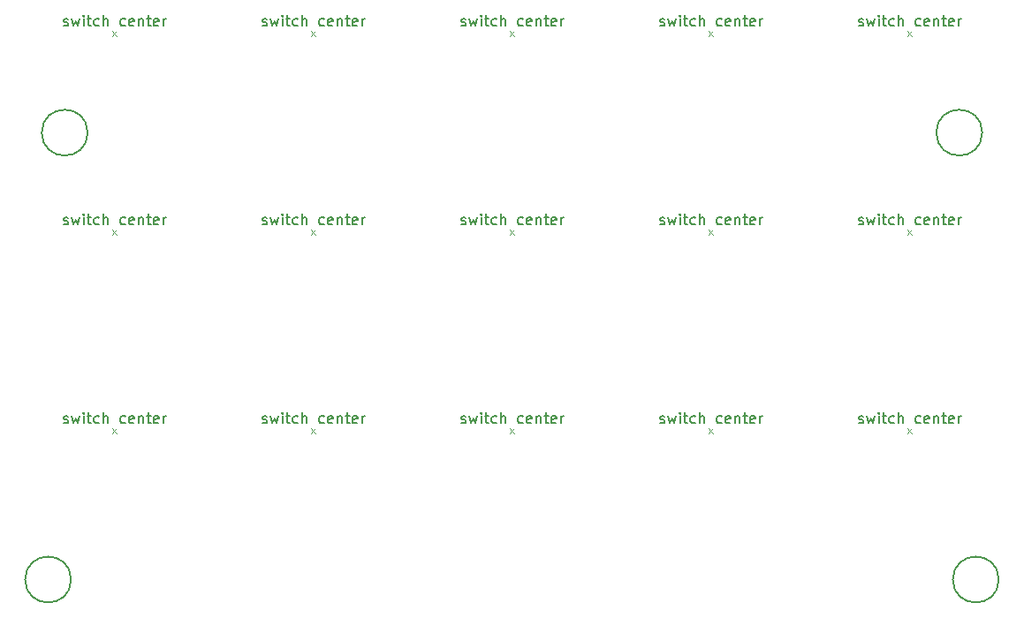
<source format=gbr>
%TF.GenerationSoftware,KiCad,Pcbnew,(6.0.6)*%
%TF.CreationDate,2022-08-15T00:28:01+08:00*%
%TF.ProjectId,15k-macropad,31356b2d-6d61-4637-926f-7061642e6b69,rev?*%
%TF.SameCoordinates,Original*%
%TF.FileFunction,Other,Comment*%
%FSLAX46Y46*%
G04 Gerber Fmt 4.6, Leading zero omitted, Abs format (unit mm)*
G04 Created by KiCad (PCBNEW (6.0.6)) date 2022-08-15 00:28:01*
%MOMM*%
%LPD*%
G01*
G04 APERTURE LIST*
%ADD10C,0.150000*%
%ADD11C,0.120000*%
G04 APERTURE END LIST*
D10*
%TO.C,LED11*%
X157067857Y-83372261D02*
X157163095Y-83419880D01*
X157353571Y-83419880D01*
X157448809Y-83372261D01*
X157496428Y-83277023D01*
X157496428Y-83229404D01*
X157448809Y-83134166D01*
X157353571Y-83086547D01*
X157210714Y-83086547D01*
X157115476Y-83038928D01*
X157067857Y-82943690D01*
X157067857Y-82896071D01*
X157115476Y-82800833D01*
X157210714Y-82753214D01*
X157353571Y-82753214D01*
X157448809Y-82800833D01*
X157829761Y-82753214D02*
X158020238Y-83419880D01*
X158210714Y-82943690D01*
X158401190Y-83419880D01*
X158591666Y-82753214D01*
X158972619Y-83419880D02*
X158972619Y-82753214D01*
X158972619Y-82419880D02*
X158925000Y-82467500D01*
X158972619Y-82515119D01*
X159020238Y-82467500D01*
X158972619Y-82419880D01*
X158972619Y-82515119D01*
X159305952Y-82753214D02*
X159686904Y-82753214D01*
X159448809Y-82419880D02*
X159448809Y-83277023D01*
X159496428Y-83372261D01*
X159591666Y-83419880D01*
X159686904Y-83419880D01*
X160448809Y-83372261D02*
X160353571Y-83419880D01*
X160163095Y-83419880D01*
X160067857Y-83372261D01*
X160020238Y-83324642D01*
X159972619Y-83229404D01*
X159972619Y-82943690D01*
X160020238Y-82848452D01*
X160067857Y-82800833D01*
X160163095Y-82753214D01*
X160353571Y-82753214D01*
X160448809Y-82800833D01*
X160877380Y-83419880D02*
X160877380Y-82419880D01*
X161305952Y-83419880D02*
X161305952Y-82896071D01*
X161258333Y-82800833D01*
X161163095Y-82753214D01*
X161020238Y-82753214D01*
X160925000Y-82800833D01*
X160877380Y-82848452D01*
X162972619Y-83372261D02*
X162877380Y-83419880D01*
X162686904Y-83419880D01*
X162591666Y-83372261D01*
X162544047Y-83324642D01*
X162496428Y-83229404D01*
X162496428Y-82943690D01*
X162544047Y-82848452D01*
X162591666Y-82800833D01*
X162686904Y-82753214D01*
X162877380Y-82753214D01*
X162972619Y-82800833D01*
X163782142Y-83372261D02*
X163686904Y-83419880D01*
X163496428Y-83419880D01*
X163401190Y-83372261D01*
X163353571Y-83277023D01*
X163353571Y-82896071D01*
X163401190Y-82800833D01*
X163496428Y-82753214D01*
X163686904Y-82753214D01*
X163782142Y-82800833D01*
X163829761Y-82896071D01*
X163829761Y-82991309D01*
X163353571Y-83086547D01*
X164258333Y-82753214D02*
X164258333Y-83419880D01*
X164258333Y-82848452D02*
X164305952Y-82800833D01*
X164401190Y-82753214D01*
X164544047Y-82753214D01*
X164639285Y-82800833D01*
X164686904Y-82896071D01*
X164686904Y-83419880D01*
X165020238Y-82753214D02*
X165401190Y-82753214D01*
X165163095Y-82419880D02*
X165163095Y-83277023D01*
X165210714Y-83372261D01*
X165305952Y-83419880D01*
X165401190Y-83419880D01*
X166115476Y-83372261D02*
X166020238Y-83419880D01*
X165829761Y-83419880D01*
X165734523Y-83372261D01*
X165686904Y-83277023D01*
X165686904Y-82896071D01*
X165734523Y-82800833D01*
X165829761Y-82753214D01*
X166020238Y-82753214D01*
X166115476Y-82800833D01*
X166163095Y-82896071D01*
X166163095Y-82991309D01*
X165686904Y-83086547D01*
X166591666Y-83419880D02*
X166591666Y-82753214D01*
X166591666Y-82943690D02*
X166639285Y-82848452D01*
X166686904Y-82800833D01*
X166782142Y-82753214D01*
X166877380Y-82753214D01*
%TO.C,LED8*%
X138017857Y-83372261D02*
X138113095Y-83419880D01*
X138303571Y-83419880D01*
X138398809Y-83372261D01*
X138446428Y-83277023D01*
X138446428Y-83229404D01*
X138398809Y-83134166D01*
X138303571Y-83086547D01*
X138160714Y-83086547D01*
X138065476Y-83038928D01*
X138017857Y-82943690D01*
X138017857Y-82896071D01*
X138065476Y-82800833D01*
X138160714Y-82753214D01*
X138303571Y-82753214D01*
X138398809Y-82800833D01*
X138779761Y-82753214D02*
X138970238Y-83419880D01*
X139160714Y-82943690D01*
X139351190Y-83419880D01*
X139541666Y-82753214D01*
X139922619Y-83419880D02*
X139922619Y-82753214D01*
X139922619Y-82419880D02*
X139875000Y-82467500D01*
X139922619Y-82515119D01*
X139970238Y-82467500D01*
X139922619Y-82419880D01*
X139922619Y-82515119D01*
X140255952Y-82753214D02*
X140636904Y-82753214D01*
X140398809Y-82419880D02*
X140398809Y-83277023D01*
X140446428Y-83372261D01*
X140541666Y-83419880D01*
X140636904Y-83419880D01*
X141398809Y-83372261D02*
X141303571Y-83419880D01*
X141113095Y-83419880D01*
X141017857Y-83372261D01*
X140970238Y-83324642D01*
X140922619Y-83229404D01*
X140922619Y-82943690D01*
X140970238Y-82848452D01*
X141017857Y-82800833D01*
X141113095Y-82753214D01*
X141303571Y-82753214D01*
X141398809Y-82800833D01*
X141827380Y-83419880D02*
X141827380Y-82419880D01*
X142255952Y-83419880D02*
X142255952Y-82896071D01*
X142208333Y-82800833D01*
X142113095Y-82753214D01*
X141970238Y-82753214D01*
X141875000Y-82800833D01*
X141827380Y-82848452D01*
X143922619Y-83372261D02*
X143827380Y-83419880D01*
X143636904Y-83419880D01*
X143541666Y-83372261D01*
X143494047Y-83324642D01*
X143446428Y-83229404D01*
X143446428Y-82943690D01*
X143494047Y-82848452D01*
X143541666Y-82800833D01*
X143636904Y-82753214D01*
X143827380Y-82753214D01*
X143922619Y-82800833D01*
X144732142Y-83372261D02*
X144636904Y-83419880D01*
X144446428Y-83419880D01*
X144351190Y-83372261D01*
X144303571Y-83277023D01*
X144303571Y-82896071D01*
X144351190Y-82800833D01*
X144446428Y-82753214D01*
X144636904Y-82753214D01*
X144732142Y-82800833D01*
X144779761Y-82896071D01*
X144779761Y-82991309D01*
X144303571Y-83086547D01*
X145208333Y-82753214D02*
X145208333Y-83419880D01*
X145208333Y-82848452D02*
X145255952Y-82800833D01*
X145351190Y-82753214D01*
X145494047Y-82753214D01*
X145589285Y-82800833D01*
X145636904Y-82896071D01*
X145636904Y-83419880D01*
X145970238Y-82753214D02*
X146351190Y-82753214D01*
X146113095Y-82419880D02*
X146113095Y-83277023D01*
X146160714Y-83372261D01*
X146255952Y-83419880D01*
X146351190Y-83419880D01*
X147065476Y-83372261D02*
X146970238Y-83419880D01*
X146779761Y-83419880D01*
X146684523Y-83372261D01*
X146636904Y-83277023D01*
X146636904Y-82896071D01*
X146684523Y-82800833D01*
X146779761Y-82753214D01*
X146970238Y-82753214D01*
X147065476Y-82800833D01*
X147113095Y-82896071D01*
X147113095Y-82991309D01*
X146636904Y-83086547D01*
X147541666Y-83419880D02*
X147541666Y-82753214D01*
X147541666Y-82943690D02*
X147589285Y-82848452D01*
X147636904Y-82800833D01*
X147732142Y-82753214D01*
X147827380Y-82753214D01*
%TO.C,LED6*%
X118967857Y-102422261D02*
X119063095Y-102469880D01*
X119253571Y-102469880D01*
X119348809Y-102422261D01*
X119396428Y-102327023D01*
X119396428Y-102279404D01*
X119348809Y-102184166D01*
X119253571Y-102136547D01*
X119110714Y-102136547D01*
X119015476Y-102088928D01*
X118967857Y-101993690D01*
X118967857Y-101946071D01*
X119015476Y-101850833D01*
X119110714Y-101803214D01*
X119253571Y-101803214D01*
X119348809Y-101850833D01*
X119729761Y-101803214D02*
X119920238Y-102469880D01*
X120110714Y-101993690D01*
X120301190Y-102469880D01*
X120491666Y-101803214D01*
X120872619Y-102469880D02*
X120872619Y-101803214D01*
X120872619Y-101469880D02*
X120825000Y-101517500D01*
X120872619Y-101565119D01*
X120920238Y-101517500D01*
X120872619Y-101469880D01*
X120872619Y-101565119D01*
X121205952Y-101803214D02*
X121586904Y-101803214D01*
X121348809Y-101469880D02*
X121348809Y-102327023D01*
X121396428Y-102422261D01*
X121491666Y-102469880D01*
X121586904Y-102469880D01*
X122348809Y-102422261D02*
X122253571Y-102469880D01*
X122063095Y-102469880D01*
X121967857Y-102422261D01*
X121920238Y-102374642D01*
X121872619Y-102279404D01*
X121872619Y-101993690D01*
X121920238Y-101898452D01*
X121967857Y-101850833D01*
X122063095Y-101803214D01*
X122253571Y-101803214D01*
X122348809Y-101850833D01*
X122777380Y-102469880D02*
X122777380Y-101469880D01*
X123205952Y-102469880D02*
X123205952Y-101946071D01*
X123158333Y-101850833D01*
X123063095Y-101803214D01*
X122920238Y-101803214D01*
X122825000Y-101850833D01*
X122777380Y-101898452D01*
X124872619Y-102422261D02*
X124777380Y-102469880D01*
X124586904Y-102469880D01*
X124491666Y-102422261D01*
X124444047Y-102374642D01*
X124396428Y-102279404D01*
X124396428Y-101993690D01*
X124444047Y-101898452D01*
X124491666Y-101850833D01*
X124586904Y-101803214D01*
X124777380Y-101803214D01*
X124872619Y-101850833D01*
X125682142Y-102422261D02*
X125586904Y-102469880D01*
X125396428Y-102469880D01*
X125301190Y-102422261D01*
X125253571Y-102327023D01*
X125253571Y-101946071D01*
X125301190Y-101850833D01*
X125396428Y-101803214D01*
X125586904Y-101803214D01*
X125682142Y-101850833D01*
X125729761Y-101946071D01*
X125729761Y-102041309D01*
X125253571Y-102136547D01*
X126158333Y-101803214D02*
X126158333Y-102469880D01*
X126158333Y-101898452D02*
X126205952Y-101850833D01*
X126301190Y-101803214D01*
X126444047Y-101803214D01*
X126539285Y-101850833D01*
X126586904Y-101946071D01*
X126586904Y-102469880D01*
X126920238Y-101803214D02*
X127301190Y-101803214D01*
X127063095Y-101469880D02*
X127063095Y-102327023D01*
X127110714Y-102422261D01*
X127205952Y-102469880D01*
X127301190Y-102469880D01*
X128015476Y-102422261D02*
X127920238Y-102469880D01*
X127729761Y-102469880D01*
X127634523Y-102422261D01*
X127586904Y-102327023D01*
X127586904Y-101946071D01*
X127634523Y-101850833D01*
X127729761Y-101803214D01*
X127920238Y-101803214D01*
X128015476Y-101850833D01*
X128063095Y-101946071D01*
X128063095Y-102041309D01*
X127586904Y-102136547D01*
X128491666Y-102469880D02*
X128491666Y-101803214D01*
X128491666Y-101993690D02*
X128539285Y-101898452D01*
X128586904Y-101850833D01*
X128682142Y-101803214D01*
X128777380Y-101803214D01*
%TO.C,LED12*%
X157067857Y-102422261D02*
X157163095Y-102469880D01*
X157353571Y-102469880D01*
X157448809Y-102422261D01*
X157496428Y-102327023D01*
X157496428Y-102279404D01*
X157448809Y-102184166D01*
X157353571Y-102136547D01*
X157210714Y-102136547D01*
X157115476Y-102088928D01*
X157067857Y-101993690D01*
X157067857Y-101946071D01*
X157115476Y-101850833D01*
X157210714Y-101803214D01*
X157353571Y-101803214D01*
X157448809Y-101850833D01*
X157829761Y-101803214D02*
X158020238Y-102469880D01*
X158210714Y-101993690D01*
X158401190Y-102469880D01*
X158591666Y-101803214D01*
X158972619Y-102469880D02*
X158972619Y-101803214D01*
X158972619Y-101469880D02*
X158925000Y-101517500D01*
X158972619Y-101565119D01*
X159020238Y-101517500D01*
X158972619Y-101469880D01*
X158972619Y-101565119D01*
X159305952Y-101803214D02*
X159686904Y-101803214D01*
X159448809Y-101469880D02*
X159448809Y-102327023D01*
X159496428Y-102422261D01*
X159591666Y-102469880D01*
X159686904Y-102469880D01*
X160448809Y-102422261D02*
X160353571Y-102469880D01*
X160163095Y-102469880D01*
X160067857Y-102422261D01*
X160020238Y-102374642D01*
X159972619Y-102279404D01*
X159972619Y-101993690D01*
X160020238Y-101898452D01*
X160067857Y-101850833D01*
X160163095Y-101803214D01*
X160353571Y-101803214D01*
X160448809Y-101850833D01*
X160877380Y-102469880D02*
X160877380Y-101469880D01*
X161305952Y-102469880D02*
X161305952Y-101946071D01*
X161258333Y-101850833D01*
X161163095Y-101803214D01*
X161020238Y-101803214D01*
X160925000Y-101850833D01*
X160877380Y-101898452D01*
X162972619Y-102422261D02*
X162877380Y-102469880D01*
X162686904Y-102469880D01*
X162591666Y-102422261D01*
X162544047Y-102374642D01*
X162496428Y-102279404D01*
X162496428Y-101993690D01*
X162544047Y-101898452D01*
X162591666Y-101850833D01*
X162686904Y-101803214D01*
X162877380Y-101803214D01*
X162972619Y-101850833D01*
X163782142Y-102422261D02*
X163686904Y-102469880D01*
X163496428Y-102469880D01*
X163401190Y-102422261D01*
X163353571Y-102327023D01*
X163353571Y-101946071D01*
X163401190Y-101850833D01*
X163496428Y-101803214D01*
X163686904Y-101803214D01*
X163782142Y-101850833D01*
X163829761Y-101946071D01*
X163829761Y-102041309D01*
X163353571Y-102136547D01*
X164258333Y-101803214D02*
X164258333Y-102469880D01*
X164258333Y-101898452D02*
X164305952Y-101850833D01*
X164401190Y-101803214D01*
X164544047Y-101803214D01*
X164639285Y-101850833D01*
X164686904Y-101946071D01*
X164686904Y-102469880D01*
X165020238Y-101803214D02*
X165401190Y-101803214D01*
X165163095Y-101469880D02*
X165163095Y-102327023D01*
X165210714Y-102422261D01*
X165305952Y-102469880D01*
X165401190Y-102469880D01*
X166115476Y-102422261D02*
X166020238Y-102469880D01*
X165829761Y-102469880D01*
X165734523Y-102422261D01*
X165686904Y-102327023D01*
X165686904Y-101946071D01*
X165734523Y-101850833D01*
X165829761Y-101803214D01*
X166020238Y-101803214D01*
X166115476Y-101850833D01*
X166163095Y-101946071D01*
X166163095Y-102041309D01*
X165686904Y-102136547D01*
X166591666Y-102469880D02*
X166591666Y-101803214D01*
X166591666Y-101993690D02*
X166639285Y-101898452D01*
X166686904Y-101850833D01*
X166782142Y-101803214D01*
X166877380Y-101803214D01*
%TO.C,LED13*%
X176117857Y-64322261D02*
X176213095Y-64369880D01*
X176403571Y-64369880D01*
X176498809Y-64322261D01*
X176546428Y-64227023D01*
X176546428Y-64179404D01*
X176498809Y-64084166D01*
X176403571Y-64036547D01*
X176260714Y-64036547D01*
X176165476Y-63988928D01*
X176117857Y-63893690D01*
X176117857Y-63846071D01*
X176165476Y-63750833D01*
X176260714Y-63703214D01*
X176403571Y-63703214D01*
X176498809Y-63750833D01*
X176879761Y-63703214D02*
X177070238Y-64369880D01*
X177260714Y-63893690D01*
X177451190Y-64369880D01*
X177641666Y-63703214D01*
X178022619Y-64369880D02*
X178022619Y-63703214D01*
X178022619Y-63369880D02*
X177975000Y-63417500D01*
X178022619Y-63465119D01*
X178070238Y-63417500D01*
X178022619Y-63369880D01*
X178022619Y-63465119D01*
X178355952Y-63703214D02*
X178736904Y-63703214D01*
X178498809Y-63369880D02*
X178498809Y-64227023D01*
X178546428Y-64322261D01*
X178641666Y-64369880D01*
X178736904Y-64369880D01*
X179498809Y-64322261D02*
X179403571Y-64369880D01*
X179213095Y-64369880D01*
X179117857Y-64322261D01*
X179070238Y-64274642D01*
X179022619Y-64179404D01*
X179022619Y-63893690D01*
X179070238Y-63798452D01*
X179117857Y-63750833D01*
X179213095Y-63703214D01*
X179403571Y-63703214D01*
X179498809Y-63750833D01*
X179927380Y-64369880D02*
X179927380Y-63369880D01*
X180355952Y-64369880D02*
X180355952Y-63846071D01*
X180308333Y-63750833D01*
X180213095Y-63703214D01*
X180070238Y-63703214D01*
X179975000Y-63750833D01*
X179927380Y-63798452D01*
X182022619Y-64322261D02*
X181927380Y-64369880D01*
X181736904Y-64369880D01*
X181641666Y-64322261D01*
X181594047Y-64274642D01*
X181546428Y-64179404D01*
X181546428Y-63893690D01*
X181594047Y-63798452D01*
X181641666Y-63750833D01*
X181736904Y-63703214D01*
X181927380Y-63703214D01*
X182022619Y-63750833D01*
X182832142Y-64322261D02*
X182736904Y-64369880D01*
X182546428Y-64369880D01*
X182451190Y-64322261D01*
X182403571Y-64227023D01*
X182403571Y-63846071D01*
X182451190Y-63750833D01*
X182546428Y-63703214D01*
X182736904Y-63703214D01*
X182832142Y-63750833D01*
X182879761Y-63846071D01*
X182879761Y-63941309D01*
X182403571Y-64036547D01*
X183308333Y-63703214D02*
X183308333Y-64369880D01*
X183308333Y-63798452D02*
X183355952Y-63750833D01*
X183451190Y-63703214D01*
X183594047Y-63703214D01*
X183689285Y-63750833D01*
X183736904Y-63846071D01*
X183736904Y-64369880D01*
X184070238Y-63703214D02*
X184451190Y-63703214D01*
X184213095Y-63369880D02*
X184213095Y-64227023D01*
X184260714Y-64322261D01*
X184355952Y-64369880D01*
X184451190Y-64369880D01*
X185165476Y-64322261D02*
X185070238Y-64369880D01*
X184879761Y-64369880D01*
X184784523Y-64322261D01*
X184736904Y-64227023D01*
X184736904Y-63846071D01*
X184784523Y-63750833D01*
X184879761Y-63703214D01*
X185070238Y-63703214D01*
X185165476Y-63750833D01*
X185213095Y-63846071D01*
X185213095Y-63941309D01*
X184736904Y-64036547D01*
X185641666Y-64369880D02*
X185641666Y-63703214D01*
X185641666Y-63893690D02*
X185689285Y-63798452D01*
X185736904Y-63750833D01*
X185832142Y-63703214D01*
X185927380Y-63703214D01*
%TO.C,LED3*%
X99917857Y-102422261D02*
X100013095Y-102469880D01*
X100203571Y-102469880D01*
X100298809Y-102422261D01*
X100346428Y-102327023D01*
X100346428Y-102279404D01*
X100298809Y-102184166D01*
X100203571Y-102136547D01*
X100060714Y-102136547D01*
X99965476Y-102088928D01*
X99917857Y-101993690D01*
X99917857Y-101946071D01*
X99965476Y-101850833D01*
X100060714Y-101803214D01*
X100203571Y-101803214D01*
X100298809Y-101850833D01*
X100679761Y-101803214D02*
X100870238Y-102469880D01*
X101060714Y-101993690D01*
X101251190Y-102469880D01*
X101441666Y-101803214D01*
X101822619Y-102469880D02*
X101822619Y-101803214D01*
X101822619Y-101469880D02*
X101775000Y-101517500D01*
X101822619Y-101565119D01*
X101870238Y-101517500D01*
X101822619Y-101469880D01*
X101822619Y-101565119D01*
X102155952Y-101803214D02*
X102536904Y-101803214D01*
X102298809Y-101469880D02*
X102298809Y-102327023D01*
X102346428Y-102422261D01*
X102441666Y-102469880D01*
X102536904Y-102469880D01*
X103298809Y-102422261D02*
X103203571Y-102469880D01*
X103013095Y-102469880D01*
X102917857Y-102422261D01*
X102870238Y-102374642D01*
X102822619Y-102279404D01*
X102822619Y-101993690D01*
X102870238Y-101898452D01*
X102917857Y-101850833D01*
X103013095Y-101803214D01*
X103203571Y-101803214D01*
X103298809Y-101850833D01*
X103727380Y-102469880D02*
X103727380Y-101469880D01*
X104155952Y-102469880D02*
X104155952Y-101946071D01*
X104108333Y-101850833D01*
X104013095Y-101803214D01*
X103870238Y-101803214D01*
X103775000Y-101850833D01*
X103727380Y-101898452D01*
X105822619Y-102422261D02*
X105727380Y-102469880D01*
X105536904Y-102469880D01*
X105441666Y-102422261D01*
X105394047Y-102374642D01*
X105346428Y-102279404D01*
X105346428Y-101993690D01*
X105394047Y-101898452D01*
X105441666Y-101850833D01*
X105536904Y-101803214D01*
X105727380Y-101803214D01*
X105822619Y-101850833D01*
X106632142Y-102422261D02*
X106536904Y-102469880D01*
X106346428Y-102469880D01*
X106251190Y-102422261D01*
X106203571Y-102327023D01*
X106203571Y-101946071D01*
X106251190Y-101850833D01*
X106346428Y-101803214D01*
X106536904Y-101803214D01*
X106632142Y-101850833D01*
X106679761Y-101946071D01*
X106679761Y-102041309D01*
X106203571Y-102136547D01*
X107108333Y-101803214D02*
X107108333Y-102469880D01*
X107108333Y-101898452D02*
X107155952Y-101850833D01*
X107251190Y-101803214D01*
X107394047Y-101803214D01*
X107489285Y-101850833D01*
X107536904Y-101946071D01*
X107536904Y-102469880D01*
X107870238Y-101803214D02*
X108251190Y-101803214D01*
X108013095Y-101469880D02*
X108013095Y-102327023D01*
X108060714Y-102422261D01*
X108155952Y-102469880D01*
X108251190Y-102469880D01*
X108965476Y-102422261D02*
X108870238Y-102469880D01*
X108679761Y-102469880D01*
X108584523Y-102422261D01*
X108536904Y-102327023D01*
X108536904Y-101946071D01*
X108584523Y-101850833D01*
X108679761Y-101803214D01*
X108870238Y-101803214D01*
X108965476Y-101850833D01*
X109013095Y-101946071D01*
X109013095Y-102041309D01*
X108536904Y-102136547D01*
X109441666Y-102469880D02*
X109441666Y-101803214D01*
X109441666Y-101993690D02*
X109489285Y-101898452D01*
X109536904Y-101850833D01*
X109632142Y-101803214D01*
X109727380Y-101803214D01*
%TO.C,LED7*%
X138017857Y-64322261D02*
X138113095Y-64369880D01*
X138303571Y-64369880D01*
X138398809Y-64322261D01*
X138446428Y-64227023D01*
X138446428Y-64179404D01*
X138398809Y-64084166D01*
X138303571Y-64036547D01*
X138160714Y-64036547D01*
X138065476Y-63988928D01*
X138017857Y-63893690D01*
X138017857Y-63846071D01*
X138065476Y-63750833D01*
X138160714Y-63703214D01*
X138303571Y-63703214D01*
X138398809Y-63750833D01*
X138779761Y-63703214D02*
X138970238Y-64369880D01*
X139160714Y-63893690D01*
X139351190Y-64369880D01*
X139541666Y-63703214D01*
X139922619Y-64369880D02*
X139922619Y-63703214D01*
X139922619Y-63369880D02*
X139875000Y-63417500D01*
X139922619Y-63465119D01*
X139970238Y-63417500D01*
X139922619Y-63369880D01*
X139922619Y-63465119D01*
X140255952Y-63703214D02*
X140636904Y-63703214D01*
X140398809Y-63369880D02*
X140398809Y-64227023D01*
X140446428Y-64322261D01*
X140541666Y-64369880D01*
X140636904Y-64369880D01*
X141398809Y-64322261D02*
X141303571Y-64369880D01*
X141113095Y-64369880D01*
X141017857Y-64322261D01*
X140970238Y-64274642D01*
X140922619Y-64179404D01*
X140922619Y-63893690D01*
X140970238Y-63798452D01*
X141017857Y-63750833D01*
X141113095Y-63703214D01*
X141303571Y-63703214D01*
X141398809Y-63750833D01*
X141827380Y-64369880D02*
X141827380Y-63369880D01*
X142255952Y-64369880D02*
X142255952Y-63846071D01*
X142208333Y-63750833D01*
X142113095Y-63703214D01*
X141970238Y-63703214D01*
X141875000Y-63750833D01*
X141827380Y-63798452D01*
X143922619Y-64322261D02*
X143827380Y-64369880D01*
X143636904Y-64369880D01*
X143541666Y-64322261D01*
X143494047Y-64274642D01*
X143446428Y-64179404D01*
X143446428Y-63893690D01*
X143494047Y-63798452D01*
X143541666Y-63750833D01*
X143636904Y-63703214D01*
X143827380Y-63703214D01*
X143922619Y-63750833D01*
X144732142Y-64322261D02*
X144636904Y-64369880D01*
X144446428Y-64369880D01*
X144351190Y-64322261D01*
X144303571Y-64227023D01*
X144303571Y-63846071D01*
X144351190Y-63750833D01*
X144446428Y-63703214D01*
X144636904Y-63703214D01*
X144732142Y-63750833D01*
X144779761Y-63846071D01*
X144779761Y-63941309D01*
X144303571Y-64036547D01*
X145208333Y-63703214D02*
X145208333Y-64369880D01*
X145208333Y-63798452D02*
X145255952Y-63750833D01*
X145351190Y-63703214D01*
X145494047Y-63703214D01*
X145589285Y-63750833D01*
X145636904Y-63846071D01*
X145636904Y-64369880D01*
X145970238Y-63703214D02*
X146351190Y-63703214D01*
X146113095Y-63369880D02*
X146113095Y-64227023D01*
X146160714Y-64322261D01*
X146255952Y-64369880D01*
X146351190Y-64369880D01*
X147065476Y-64322261D02*
X146970238Y-64369880D01*
X146779761Y-64369880D01*
X146684523Y-64322261D01*
X146636904Y-64227023D01*
X146636904Y-63846071D01*
X146684523Y-63750833D01*
X146779761Y-63703214D01*
X146970238Y-63703214D01*
X147065476Y-63750833D01*
X147113095Y-63846071D01*
X147113095Y-63941309D01*
X146636904Y-64036547D01*
X147541666Y-64369880D02*
X147541666Y-63703214D01*
X147541666Y-63893690D02*
X147589285Y-63798452D01*
X147636904Y-63750833D01*
X147732142Y-63703214D01*
X147827380Y-63703214D01*
%TO.C,LED9*%
X138017857Y-102422261D02*
X138113095Y-102469880D01*
X138303571Y-102469880D01*
X138398809Y-102422261D01*
X138446428Y-102327023D01*
X138446428Y-102279404D01*
X138398809Y-102184166D01*
X138303571Y-102136547D01*
X138160714Y-102136547D01*
X138065476Y-102088928D01*
X138017857Y-101993690D01*
X138017857Y-101946071D01*
X138065476Y-101850833D01*
X138160714Y-101803214D01*
X138303571Y-101803214D01*
X138398809Y-101850833D01*
X138779761Y-101803214D02*
X138970238Y-102469880D01*
X139160714Y-101993690D01*
X139351190Y-102469880D01*
X139541666Y-101803214D01*
X139922619Y-102469880D02*
X139922619Y-101803214D01*
X139922619Y-101469880D02*
X139875000Y-101517500D01*
X139922619Y-101565119D01*
X139970238Y-101517500D01*
X139922619Y-101469880D01*
X139922619Y-101565119D01*
X140255952Y-101803214D02*
X140636904Y-101803214D01*
X140398809Y-101469880D02*
X140398809Y-102327023D01*
X140446428Y-102422261D01*
X140541666Y-102469880D01*
X140636904Y-102469880D01*
X141398809Y-102422261D02*
X141303571Y-102469880D01*
X141113095Y-102469880D01*
X141017857Y-102422261D01*
X140970238Y-102374642D01*
X140922619Y-102279404D01*
X140922619Y-101993690D01*
X140970238Y-101898452D01*
X141017857Y-101850833D01*
X141113095Y-101803214D01*
X141303571Y-101803214D01*
X141398809Y-101850833D01*
X141827380Y-102469880D02*
X141827380Y-101469880D01*
X142255952Y-102469880D02*
X142255952Y-101946071D01*
X142208333Y-101850833D01*
X142113095Y-101803214D01*
X141970238Y-101803214D01*
X141875000Y-101850833D01*
X141827380Y-101898452D01*
X143922619Y-102422261D02*
X143827380Y-102469880D01*
X143636904Y-102469880D01*
X143541666Y-102422261D01*
X143494047Y-102374642D01*
X143446428Y-102279404D01*
X143446428Y-101993690D01*
X143494047Y-101898452D01*
X143541666Y-101850833D01*
X143636904Y-101803214D01*
X143827380Y-101803214D01*
X143922619Y-101850833D01*
X144732142Y-102422261D02*
X144636904Y-102469880D01*
X144446428Y-102469880D01*
X144351190Y-102422261D01*
X144303571Y-102327023D01*
X144303571Y-101946071D01*
X144351190Y-101850833D01*
X144446428Y-101803214D01*
X144636904Y-101803214D01*
X144732142Y-101850833D01*
X144779761Y-101946071D01*
X144779761Y-102041309D01*
X144303571Y-102136547D01*
X145208333Y-101803214D02*
X145208333Y-102469880D01*
X145208333Y-101898452D02*
X145255952Y-101850833D01*
X145351190Y-101803214D01*
X145494047Y-101803214D01*
X145589285Y-101850833D01*
X145636904Y-101946071D01*
X145636904Y-102469880D01*
X145970238Y-101803214D02*
X146351190Y-101803214D01*
X146113095Y-101469880D02*
X146113095Y-102327023D01*
X146160714Y-102422261D01*
X146255952Y-102469880D01*
X146351190Y-102469880D01*
X147065476Y-102422261D02*
X146970238Y-102469880D01*
X146779761Y-102469880D01*
X146684523Y-102422261D01*
X146636904Y-102327023D01*
X146636904Y-101946071D01*
X146684523Y-101850833D01*
X146779761Y-101803214D01*
X146970238Y-101803214D01*
X147065476Y-101850833D01*
X147113095Y-101946071D01*
X147113095Y-102041309D01*
X146636904Y-102136547D01*
X147541666Y-102469880D02*
X147541666Y-101803214D01*
X147541666Y-101993690D02*
X147589285Y-101898452D01*
X147636904Y-101850833D01*
X147732142Y-101803214D01*
X147827380Y-101803214D01*
%TO.C,LED14*%
X176117857Y-83372261D02*
X176213095Y-83419880D01*
X176403571Y-83419880D01*
X176498809Y-83372261D01*
X176546428Y-83277023D01*
X176546428Y-83229404D01*
X176498809Y-83134166D01*
X176403571Y-83086547D01*
X176260714Y-83086547D01*
X176165476Y-83038928D01*
X176117857Y-82943690D01*
X176117857Y-82896071D01*
X176165476Y-82800833D01*
X176260714Y-82753214D01*
X176403571Y-82753214D01*
X176498809Y-82800833D01*
X176879761Y-82753214D02*
X177070238Y-83419880D01*
X177260714Y-82943690D01*
X177451190Y-83419880D01*
X177641666Y-82753214D01*
X178022619Y-83419880D02*
X178022619Y-82753214D01*
X178022619Y-82419880D02*
X177975000Y-82467500D01*
X178022619Y-82515119D01*
X178070238Y-82467500D01*
X178022619Y-82419880D01*
X178022619Y-82515119D01*
X178355952Y-82753214D02*
X178736904Y-82753214D01*
X178498809Y-82419880D02*
X178498809Y-83277023D01*
X178546428Y-83372261D01*
X178641666Y-83419880D01*
X178736904Y-83419880D01*
X179498809Y-83372261D02*
X179403571Y-83419880D01*
X179213095Y-83419880D01*
X179117857Y-83372261D01*
X179070238Y-83324642D01*
X179022619Y-83229404D01*
X179022619Y-82943690D01*
X179070238Y-82848452D01*
X179117857Y-82800833D01*
X179213095Y-82753214D01*
X179403571Y-82753214D01*
X179498809Y-82800833D01*
X179927380Y-83419880D02*
X179927380Y-82419880D01*
X180355952Y-83419880D02*
X180355952Y-82896071D01*
X180308333Y-82800833D01*
X180213095Y-82753214D01*
X180070238Y-82753214D01*
X179975000Y-82800833D01*
X179927380Y-82848452D01*
X182022619Y-83372261D02*
X181927380Y-83419880D01*
X181736904Y-83419880D01*
X181641666Y-83372261D01*
X181594047Y-83324642D01*
X181546428Y-83229404D01*
X181546428Y-82943690D01*
X181594047Y-82848452D01*
X181641666Y-82800833D01*
X181736904Y-82753214D01*
X181927380Y-82753214D01*
X182022619Y-82800833D01*
X182832142Y-83372261D02*
X182736904Y-83419880D01*
X182546428Y-83419880D01*
X182451190Y-83372261D01*
X182403571Y-83277023D01*
X182403571Y-82896071D01*
X182451190Y-82800833D01*
X182546428Y-82753214D01*
X182736904Y-82753214D01*
X182832142Y-82800833D01*
X182879761Y-82896071D01*
X182879761Y-82991309D01*
X182403571Y-83086547D01*
X183308333Y-82753214D02*
X183308333Y-83419880D01*
X183308333Y-82848452D02*
X183355952Y-82800833D01*
X183451190Y-82753214D01*
X183594047Y-82753214D01*
X183689285Y-82800833D01*
X183736904Y-82896071D01*
X183736904Y-83419880D01*
X184070238Y-82753214D02*
X184451190Y-82753214D01*
X184213095Y-82419880D02*
X184213095Y-83277023D01*
X184260714Y-83372261D01*
X184355952Y-83419880D01*
X184451190Y-83419880D01*
X185165476Y-83372261D02*
X185070238Y-83419880D01*
X184879761Y-83419880D01*
X184784523Y-83372261D01*
X184736904Y-83277023D01*
X184736904Y-82896071D01*
X184784523Y-82800833D01*
X184879761Y-82753214D01*
X185070238Y-82753214D01*
X185165476Y-82800833D01*
X185213095Y-82896071D01*
X185213095Y-82991309D01*
X184736904Y-83086547D01*
X185641666Y-83419880D02*
X185641666Y-82753214D01*
X185641666Y-82943690D02*
X185689285Y-82848452D01*
X185736904Y-82800833D01*
X185832142Y-82753214D01*
X185927380Y-82753214D01*
%TO.C,LED5*%
X118967857Y-83372261D02*
X119063095Y-83419880D01*
X119253571Y-83419880D01*
X119348809Y-83372261D01*
X119396428Y-83277023D01*
X119396428Y-83229404D01*
X119348809Y-83134166D01*
X119253571Y-83086547D01*
X119110714Y-83086547D01*
X119015476Y-83038928D01*
X118967857Y-82943690D01*
X118967857Y-82896071D01*
X119015476Y-82800833D01*
X119110714Y-82753214D01*
X119253571Y-82753214D01*
X119348809Y-82800833D01*
X119729761Y-82753214D02*
X119920238Y-83419880D01*
X120110714Y-82943690D01*
X120301190Y-83419880D01*
X120491666Y-82753214D01*
X120872619Y-83419880D02*
X120872619Y-82753214D01*
X120872619Y-82419880D02*
X120825000Y-82467500D01*
X120872619Y-82515119D01*
X120920238Y-82467500D01*
X120872619Y-82419880D01*
X120872619Y-82515119D01*
X121205952Y-82753214D02*
X121586904Y-82753214D01*
X121348809Y-82419880D02*
X121348809Y-83277023D01*
X121396428Y-83372261D01*
X121491666Y-83419880D01*
X121586904Y-83419880D01*
X122348809Y-83372261D02*
X122253571Y-83419880D01*
X122063095Y-83419880D01*
X121967857Y-83372261D01*
X121920238Y-83324642D01*
X121872619Y-83229404D01*
X121872619Y-82943690D01*
X121920238Y-82848452D01*
X121967857Y-82800833D01*
X122063095Y-82753214D01*
X122253571Y-82753214D01*
X122348809Y-82800833D01*
X122777380Y-83419880D02*
X122777380Y-82419880D01*
X123205952Y-83419880D02*
X123205952Y-82896071D01*
X123158333Y-82800833D01*
X123063095Y-82753214D01*
X122920238Y-82753214D01*
X122825000Y-82800833D01*
X122777380Y-82848452D01*
X124872619Y-83372261D02*
X124777380Y-83419880D01*
X124586904Y-83419880D01*
X124491666Y-83372261D01*
X124444047Y-83324642D01*
X124396428Y-83229404D01*
X124396428Y-82943690D01*
X124444047Y-82848452D01*
X124491666Y-82800833D01*
X124586904Y-82753214D01*
X124777380Y-82753214D01*
X124872619Y-82800833D01*
X125682142Y-83372261D02*
X125586904Y-83419880D01*
X125396428Y-83419880D01*
X125301190Y-83372261D01*
X125253571Y-83277023D01*
X125253571Y-82896071D01*
X125301190Y-82800833D01*
X125396428Y-82753214D01*
X125586904Y-82753214D01*
X125682142Y-82800833D01*
X125729761Y-82896071D01*
X125729761Y-82991309D01*
X125253571Y-83086547D01*
X126158333Y-82753214D02*
X126158333Y-83419880D01*
X126158333Y-82848452D02*
X126205952Y-82800833D01*
X126301190Y-82753214D01*
X126444047Y-82753214D01*
X126539285Y-82800833D01*
X126586904Y-82896071D01*
X126586904Y-83419880D01*
X126920238Y-82753214D02*
X127301190Y-82753214D01*
X127063095Y-82419880D02*
X127063095Y-83277023D01*
X127110714Y-83372261D01*
X127205952Y-83419880D01*
X127301190Y-83419880D01*
X128015476Y-83372261D02*
X127920238Y-83419880D01*
X127729761Y-83419880D01*
X127634523Y-83372261D01*
X127586904Y-83277023D01*
X127586904Y-82896071D01*
X127634523Y-82800833D01*
X127729761Y-82753214D01*
X127920238Y-82753214D01*
X128015476Y-82800833D01*
X128063095Y-82896071D01*
X128063095Y-82991309D01*
X127586904Y-83086547D01*
X128491666Y-83419880D02*
X128491666Y-82753214D01*
X128491666Y-82943690D02*
X128539285Y-82848452D01*
X128586904Y-82800833D01*
X128682142Y-82753214D01*
X128777380Y-82753214D01*
%TO.C,LED10*%
X157067857Y-64322261D02*
X157163095Y-64369880D01*
X157353571Y-64369880D01*
X157448809Y-64322261D01*
X157496428Y-64227023D01*
X157496428Y-64179404D01*
X157448809Y-64084166D01*
X157353571Y-64036547D01*
X157210714Y-64036547D01*
X157115476Y-63988928D01*
X157067857Y-63893690D01*
X157067857Y-63846071D01*
X157115476Y-63750833D01*
X157210714Y-63703214D01*
X157353571Y-63703214D01*
X157448809Y-63750833D01*
X157829761Y-63703214D02*
X158020238Y-64369880D01*
X158210714Y-63893690D01*
X158401190Y-64369880D01*
X158591666Y-63703214D01*
X158972619Y-64369880D02*
X158972619Y-63703214D01*
X158972619Y-63369880D02*
X158925000Y-63417500D01*
X158972619Y-63465119D01*
X159020238Y-63417500D01*
X158972619Y-63369880D01*
X158972619Y-63465119D01*
X159305952Y-63703214D02*
X159686904Y-63703214D01*
X159448809Y-63369880D02*
X159448809Y-64227023D01*
X159496428Y-64322261D01*
X159591666Y-64369880D01*
X159686904Y-64369880D01*
X160448809Y-64322261D02*
X160353571Y-64369880D01*
X160163095Y-64369880D01*
X160067857Y-64322261D01*
X160020238Y-64274642D01*
X159972619Y-64179404D01*
X159972619Y-63893690D01*
X160020238Y-63798452D01*
X160067857Y-63750833D01*
X160163095Y-63703214D01*
X160353571Y-63703214D01*
X160448809Y-63750833D01*
X160877380Y-64369880D02*
X160877380Y-63369880D01*
X161305952Y-64369880D02*
X161305952Y-63846071D01*
X161258333Y-63750833D01*
X161163095Y-63703214D01*
X161020238Y-63703214D01*
X160925000Y-63750833D01*
X160877380Y-63798452D01*
X162972619Y-64322261D02*
X162877380Y-64369880D01*
X162686904Y-64369880D01*
X162591666Y-64322261D01*
X162544047Y-64274642D01*
X162496428Y-64179404D01*
X162496428Y-63893690D01*
X162544047Y-63798452D01*
X162591666Y-63750833D01*
X162686904Y-63703214D01*
X162877380Y-63703214D01*
X162972619Y-63750833D01*
X163782142Y-64322261D02*
X163686904Y-64369880D01*
X163496428Y-64369880D01*
X163401190Y-64322261D01*
X163353571Y-64227023D01*
X163353571Y-63846071D01*
X163401190Y-63750833D01*
X163496428Y-63703214D01*
X163686904Y-63703214D01*
X163782142Y-63750833D01*
X163829761Y-63846071D01*
X163829761Y-63941309D01*
X163353571Y-64036547D01*
X164258333Y-63703214D02*
X164258333Y-64369880D01*
X164258333Y-63798452D02*
X164305952Y-63750833D01*
X164401190Y-63703214D01*
X164544047Y-63703214D01*
X164639285Y-63750833D01*
X164686904Y-63846071D01*
X164686904Y-64369880D01*
X165020238Y-63703214D02*
X165401190Y-63703214D01*
X165163095Y-63369880D02*
X165163095Y-64227023D01*
X165210714Y-64322261D01*
X165305952Y-64369880D01*
X165401190Y-64369880D01*
X166115476Y-64322261D02*
X166020238Y-64369880D01*
X165829761Y-64369880D01*
X165734523Y-64322261D01*
X165686904Y-64227023D01*
X165686904Y-63846071D01*
X165734523Y-63750833D01*
X165829761Y-63703214D01*
X166020238Y-63703214D01*
X166115476Y-63750833D01*
X166163095Y-63846071D01*
X166163095Y-63941309D01*
X165686904Y-64036547D01*
X166591666Y-64369880D02*
X166591666Y-63703214D01*
X166591666Y-63893690D02*
X166639285Y-63798452D01*
X166686904Y-63750833D01*
X166782142Y-63703214D01*
X166877380Y-63703214D01*
%TO.C,LED1*%
X99917857Y-64322261D02*
X100013095Y-64369880D01*
X100203571Y-64369880D01*
X100298809Y-64322261D01*
X100346428Y-64227023D01*
X100346428Y-64179404D01*
X100298809Y-64084166D01*
X100203571Y-64036547D01*
X100060714Y-64036547D01*
X99965476Y-63988928D01*
X99917857Y-63893690D01*
X99917857Y-63846071D01*
X99965476Y-63750833D01*
X100060714Y-63703214D01*
X100203571Y-63703214D01*
X100298809Y-63750833D01*
X100679761Y-63703214D02*
X100870238Y-64369880D01*
X101060714Y-63893690D01*
X101251190Y-64369880D01*
X101441666Y-63703214D01*
X101822619Y-64369880D02*
X101822619Y-63703214D01*
X101822619Y-63369880D02*
X101775000Y-63417500D01*
X101822619Y-63465119D01*
X101870238Y-63417500D01*
X101822619Y-63369880D01*
X101822619Y-63465119D01*
X102155952Y-63703214D02*
X102536904Y-63703214D01*
X102298809Y-63369880D02*
X102298809Y-64227023D01*
X102346428Y-64322261D01*
X102441666Y-64369880D01*
X102536904Y-64369880D01*
X103298809Y-64322261D02*
X103203571Y-64369880D01*
X103013095Y-64369880D01*
X102917857Y-64322261D01*
X102870238Y-64274642D01*
X102822619Y-64179404D01*
X102822619Y-63893690D01*
X102870238Y-63798452D01*
X102917857Y-63750833D01*
X103013095Y-63703214D01*
X103203571Y-63703214D01*
X103298809Y-63750833D01*
X103727380Y-64369880D02*
X103727380Y-63369880D01*
X104155952Y-64369880D02*
X104155952Y-63846071D01*
X104108333Y-63750833D01*
X104013095Y-63703214D01*
X103870238Y-63703214D01*
X103775000Y-63750833D01*
X103727380Y-63798452D01*
X105822619Y-64322261D02*
X105727380Y-64369880D01*
X105536904Y-64369880D01*
X105441666Y-64322261D01*
X105394047Y-64274642D01*
X105346428Y-64179404D01*
X105346428Y-63893690D01*
X105394047Y-63798452D01*
X105441666Y-63750833D01*
X105536904Y-63703214D01*
X105727380Y-63703214D01*
X105822619Y-63750833D01*
X106632142Y-64322261D02*
X106536904Y-64369880D01*
X106346428Y-64369880D01*
X106251190Y-64322261D01*
X106203571Y-64227023D01*
X106203571Y-63846071D01*
X106251190Y-63750833D01*
X106346428Y-63703214D01*
X106536904Y-63703214D01*
X106632142Y-63750833D01*
X106679761Y-63846071D01*
X106679761Y-63941309D01*
X106203571Y-64036547D01*
X107108333Y-63703214D02*
X107108333Y-64369880D01*
X107108333Y-63798452D02*
X107155952Y-63750833D01*
X107251190Y-63703214D01*
X107394047Y-63703214D01*
X107489285Y-63750833D01*
X107536904Y-63846071D01*
X107536904Y-64369880D01*
X107870238Y-63703214D02*
X108251190Y-63703214D01*
X108013095Y-63369880D02*
X108013095Y-64227023D01*
X108060714Y-64322261D01*
X108155952Y-64369880D01*
X108251190Y-64369880D01*
X108965476Y-64322261D02*
X108870238Y-64369880D01*
X108679761Y-64369880D01*
X108584523Y-64322261D01*
X108536904Y-64227023D01*
X108536904Y-63846071D01*
X108584523Y-63750833D01*
X108679761Y-63703214D01*
X108870238Y-63703214D01*
X108965476Y-63750833D01*
X109013095Y-63846071D01*
X109013095Y-63941309D01*
X108536904Y-64036547D01*
X109441666Y-64369880D02*
X109441666Y-63703214D01*
X109441666Y-63893690D02*
X109489285Y-63798452D01*
X109536904Y-63750833D01*
X109632142Y-63703214D01*
X109727380Y-63703214D01*
%TO.C,LED2*%
X99917857Y-83372261D02*
X100013095Y-83419880D01*
X100203571Y-83419880D01*
X100298809Y-83372261D01*
X100346428Y-83277023D01*
X100346428Y-83229404D01*
X100298809Y-83134166D01*
X100203571Y-83086547D01*
X100060714Y-83086547D01*
X99965476Y-83038928D01*
X99917857Y-82943690D01*
X99917857Y-82896071D01*
X99965476Y-82800833D01*
X100060714Y-82753214D01*
X100203571Y-82753214D01*
X100298809Y-82800833D01*
X100679761Y-82753214D02*
X100870238Y-83419880D01*
X101060714Y-82943690D01*
X101251190Y-83419880D01*
X101441666Y-82753214D01*
X101822619Y-83419880D02*
X101822619Y-82753214D01*
X101822619Y-82419880D02*
X101775000Y-82467500D01*
X101822619Y-82515119D01*
X101870238Y-82467500D01*
X101822619Y-82419880D01*
X101822619Y-82515119D01*
X102155952Y-82753214D02*
X102536904Y-82753214D01*
X102298809Y-82419880D02*
X102298809Y-83277023D01*
X102346428Y-83372261D01*
X102441666Y-83419880D01*
X102536904Y-83419880D01*
X103298809Y-83372261D02*
X103203571Y-83419880D01*
X103013095Y-83419880D01*
X102917857Y-83372261D01*
X102870238Y-83324642D01*
X102822619Y-83229404D01*
X102822619Y-82943690D01*
X102870238Y-82848452D01*
X102917857Y-82800833D01*
X103013095Y-82753214D01*
X103203571Y-82753214D01*
X103298809Y-82800833D01*
X103727380Y-83419880D02*
X103727380Y-82419880D01*
X104155952Y-83419880D02*
X104155952Y-82896071D01*
X104108333Y-82800833D01*
X104013095Y-82753214D01*
X103870238Y-82753214D01*
X103775000Y-82800833D01*
X103727380Y-82848452D01*
X105822619Y-83372261D02*
X105727380Y-83419880D01*
X105536904Y-83419880D01*
X105441666Y-83372261D01*
X105394047Y-83324642D01*
X105346428Y-83229404D01*
X105346428Y-82943690D01*
X105394047Y-82848452D01*
X105441666Y-82800833D01*
X105536904Y-82753214D01*
X105727380Y-82753214D01*
X105822619Y-82800833D01*
X106632142Y-83372261D02*
X106536904Y-83419880D01*
X106346428Y-83419880D01*
X106251190Y-83372261D01*
X106203571Y-83277023D01*
X106203571Y-82896071D01*
X106251190Y-82800833D01*
X106346428Y-82753214D01*
X106536904Y-82753214D01*
X106632142Y-82800833D01*
X106679761Y-82896071D01*
X106679761Y-82991309D01*
X106203571Y-83086547D01*
X107108333Y-82753214D02*
X107108333Y-83419880D01*
X107108333Y-82848452D02*
X107155952Y-82800833D01*
X107251190Y-82753214D01*
X107394047Y-82753214D01*
X107489285Y-82800833D01*
X107536904Y-82896071D01*
X107536904Y-83419880D01*
X107870238Y-82753214D02*
X108251190Y-82753214D01*
X108013095Y-82419880D02*
X108013095Y-83277023D01*
X108060714Y-83372261D01*
X108155952Y-83419880D01*
X108251190Y-83419880D01*
X108965476Y-83372261D02*
X108870238Y-83419880D01*
X108679761Y-83419880D01*
X108584523Y-83372261D01*
X108536904Y-83277023D01*
X108536904Y-82896071D01*
X108584523Y-82800833D01*
X108679761Y-82753214D01*
X108870238Y-82753214D01*
X108965476Y-82800833D01*
X109013095Y-82896071D01*
X109013095Y-82991309D01*
X108536904Y-83086547D01*
X109441666Y-83419880D02*
X109441666Y-82753214D01*
X109441666Y-82943690D02*
X109489285Y-82848452D01*
X109536904Y-82800833D01*
X109632142Y-82753214D01*
X109727380Y-82753214D01*
%TO.C,LED4*%
X118967857Y-64322261D02*
X119063095Y-64369880D01*
X119253571Y-64369880D01*
X119348809Y-64322261D01*
X119396428Y-64227023D01*
X119396428Y-64179404D01*
X119348809Y-64084166D01*
X119253571Y-64036547D01*
X119110714Y-64036547D01*
X119015476Y-63988928D01*
X118967857Y-63893690D01*
X118967857Y-63846071D01*
X119015476Y-63750833D01*
X119110714Y-63703214D01*
X119253571Y-63703214D01*
X119348809Y-63750833D01*
X119729761Y-63703214D02*
X119920238Y-64369880D01*
X120110714Y-63893690D01*
X120301190Y-64369880D01*
X120491666Y-63703214D01*
X120872619Y-64369880D02*
X120872619Y-63703214D01*
X120872619Y-63369880D02*
X120825000Y-63417500D01*
X120872619Y-63465119D01*
X120920238Y-63417500D01*
X120872619Y-63369880D01*
X120872619Y-63465119D01*
X121205952Y-63703214D02*
X121586904Y-63703214D01*
X121348809Y-63369880D02*
X121348809Y-64227023D01*
X121396428Y-64322261D01*
X121491666Y-64369880D01*
X121586904Y-64369880D01*
X122348809Y-64322261D02*
X122253571Y-64369880D01*
X122063095Y-64369880D01*
X121967857Y-64322261D01*
X121920238Y-64274642D01*
X121872619Y-64179404D01*
X121872619Y-63893690D01*
X121920238Y-63798452D01*
X121967857Y-63750833D01*
X122063095Y-63703214D01*
X122253571Y-63703214D01*
X122348809Y-63750833D01*
X122777380Y-64369880D02*
X122777380Y-63369880D01*
X123205952Y-64369880D02*
X123205952Y-63846071D01*
X123158333Y-63750833D01*
X123063095Y-63703214D01*
X122920238Y-63703214D01*
X122825000Y-63750833D01*
X122777380Y-63798452D01*
X124872619Y-64322261D02*
X124777380Y-64369880D01*
X124586904Y-64369880D01*
X124491666Y-64322261D01*
X124444047Y-64274642D01*
X124396428Y-64179404D01*
X124396428Y-63893690D01*
X124444047Y-63798452D01*
X124491666Y-63750833D01*
X124586904Y-63703214D01*
X124777380Y-63703214D01*
X124872619Y-63750833D01*
X125682142Y-64322261D02*
X125586904Y-64369880D01*
X125396428Y-64369880D01*
X125301190Y-64322261D01*
X125253571Y-64227023D01*
X125253571Y-63846071D01*
X125301190Y-63750833D01*
X125396428Y-63703214D01*
X125586904Y-63703214D01*
X125682142Y-63750833D01*
X125729761Y-63846071D01*
X125729761Y-63941309D01*
X125253571Y-64036547D01*
X126158333Y-63703214D02*
X126158333Y-64369880D01*
X126158333Y-63798452D02*
X126205952Y-63750833D01*
X126301190Y-63703214D01*
X126444047Y-63703214D01*
X126539285Y-63750833D01*
X126586904Y-63846071D01*
X126586904Y-64369880D01*
X126920238Y-63703214D02*
X127301190Y-63703214D01*
X127063095Y-63369880D02*
X127063095Y-64227023D01*
X127110714Y-64322261D01*
X127205952Y-64369880D01*
X127301190Y-64369880D01*
X128015476Y-64322261D02*
X127920238Y-64369880D01*
X127729761Y-64369880D01*
X127634523Y-64322261D01*
X127586904Y-64227023D01*
X127586904Y-63846071D01*
X127634523Y-63750833D01*
X127729761Y-63703214D01*
X127920238Y-63703214D01*
X128015476Y-63750833D01*
X128063095Y-63846071D01*
X128063095Y-63941309D01*
X127586904Y-64036547D01*
X128491666Y-64369880D02*
X128491666Y-63703214D01*
X128491666Y-63893690D02*
X128539285Y-63798452D01*
X128586904Y-63750833D01*
X128682142Y-63703214D01*
X128777380Y-63703214D01*
%TO.C,LED15*%
X176117857Y-102422261D02*
X176213095Y-102469880D01*
X176403571Y-102469880D01*
X176498809Y-102422261D01*
X176546428Y-102327023D01*
X176546428Y-102279404D01*
X176498809Y-102184166D01*
X176403571Y-102136547D01*
X176260714Y-102136547D01*
X176165476Y-102088928D01*
X176117857Y-101993690D01*
X176117857Y-101946071D01*
X176165476Y-101850833D01*
X176260714Y-101803214D01*
X176403571Y-101803214D01*
X176498809Y-101850833D01*
X176879761Y-101803214D02*
X177070238Y-102469880D01*
X177260714Y-101993690D01*
X177451190Y-102469880D01*
X177641666Y-101803214D01*
X178022619Y-102469880D02*
X178022619Y-101803214D01*
X178022619Y-101469880D02*
X177975000Y-101517500D01*
X178022619Y-101565119D01*
X178070238Y-101517500D01*
X178022619Y-101469880D01*
X178022619Y-101565119D01*
X178355952Y-101803214D02*
X178736904Y-101803214D01*
X178498809Y-101469880D02*
X178498809Y-102327023D01*
X178546428Y-102422261D01*
X178641666Y-102469880D01*
X178736904Y-102469880D01*
X179498809Y-102422261D02*
X179403571Y-102469880D01*
X179213095Y-102469880D01*
X179117857Y-102422261D01*
X179070238Y-102374642D01*
X179022619Y-102279404D01*
X179022619Y-101993690D01*
X179070238Y-101898452D01*
X179117857Y-101850833D01*
X179213095Y-101803214D01*
X179403571Y-101803214D01*
X179498809Y-101850833D01*
X179927380Y-102469880D02*
X179927380Y-101469880D01*
X180355952Y-102469880D02*
X180355952Y-101946071D01*
X180308333Y-101850833D01*
X180213095Y-101803214D01*
X180070238Y-101803214D01*
X179975000Y-101850833D01*
X179927380Y-101898452D01*
X182022619Y-102422261D02*
X181927380Y-102469880D01*
X181736904Y-102469880D01*
X181641666Y-102422261D01*
X181594047Y-102374642D01*
X181546428Y-102279404D01*
X181546428Y-101993690D01*
X181594047Y-101898452D01*
X181641666Y-101850833D01*
X181736904Y-101803214D01*
X181927380Y-101803214D01*
X182022619Y-101850833D01*
X182832142Y-102422261D02*
X182736904Y-102469880D01*
X182546428Y-102469880D01*
X182451190Y-102422261D01*
X182403571Y-102327023D01*
X182403571Y-101946071D01*
X182451190Y-101850833D01*
X182546428Y-101803214D01*
X182736904Y-101803214D01*
X182832142Y-101850833D01*
X182879761Y-101946071D01*
X182879761Y-102041309D01*
X182403571Y-102136547D01*
X183308333Y-101803214D02*
X183308333Y-102469880D01*
X183308333Y-101898452D02*
X183355952Y-101850833D01*
X183451190Y-101803214D01*
X183594047Y-101803214D01*
X183689285Y-101850833D01*
X183736904Y-101946071D01*
X183736904Y-102469880D01*
X184070238Y-101803214D02*
X184451190Y-101803214D01*
X184213095Y-101469880D02*
X184213095Y-102327023D01*
X184260714Y-102422261D01*
X184355952Y-102469880D01*
X184451190Y-102469880D01*
X185165476Y-102422261D02*
X185070238Y-102469880D01*
X184879761Y-102469880D01*
X184784523Y-102422261D01*
X184736904Y-102327023D01*
X184736904Y-101946071D01*
X184784523Y-101850833D01*
X184879761Y-101803214D01*
X185070238Y-101803214D01*
X185165476Y-101850833D01*
X185213095Y-101946071D01*
X185213095Y-102041309D01*
X184736904Y-102136547D01*
X185641666Y-102469880D02*
X185641666Y-101803214D01*
X185641666Y-101993690D02*
X185689285Y-101898452D01*
X185736904Y-101850833D01*
X185832142Y-101803214D01*
X185927380Y-101803214D01*
%TO.C,H3*%
X187937500Y-74612500D02*
G75*
G03*
X187937500Y-74612500I-2200000J0D01*
G01*
%TO.C,H1*%
X102212500Y-74612500D02*
G75*
G03*
X102212500Y-74612500I-2200000J0D01*
G01*
%TO.C,H2*%
X100625000Y-117475000D02*
G75*
G03*
X100625000Y-117475000I-2200000J0D01*
G01*
%TO.C,H4*%
X189525000Y-117475000D02*
G75*
G03*
X189525000Y-117475000I-2200000J0D01*
G01*
D11*
%TO.C,LED11*%
X161925000Y-84137500D02*
X162175000Y-83887500D01*
X161925000Y-84137500D02*
X161675000Y-83887500D01*
X162175000Y-84387500D02*
X161925000Y-84137500D01*
X161675000Y-84387500D02*
X161925000Y-84137500D01*
%TO.C,LED8*%
X142625000Y-84387500D02*
X142875000Y-84137500D01*
X142875000Y-84137500D02*
X143125000Y-83887500D01*
X143125000Y-84387500D02*
X142875000Y-84137500D01*
X142875000Y-84137500D02*
X142625000Y-83887500D01*
%TO.C,LED6*%
X124075000Y-103437500D02*
X123825000Y-103187500D01*
X123825000Y-103187500D02*
X123575000Y-102937500D01*
X123575000Y-103437500D02*
X123825000Y-103187500D01*
X123825000Y-103187500D02*
X124075000Y-102937500D01*
%TO.C,LED12*%
X161925000Y-103187500D02*
X161675000Y-102937500D01*
X161925000Y-103187500D02*
X162175000Y-102937500D01*
X161675000Y-103437500D02*
X161925000Y-103187500D01*
X162175000Y-103437500D02*
X161925000Y-103187500D01*
%TO.C,LED13*%
X181225000Y-65337500D02*
X180975000Y-65087500D01*
X180725000Y-65337500D02*
X180975000Y-65087500D01*
X180975000Y-65087500D02*
X181225000Y-64837500D01*
X180975000Y-65087500D02*
X180725000Y-64837500D01*
%TO.C,LED3*%
X104775000Y-103187500D02*
X105025000Y-102937500D01*
X104775000Y-103187500D02*
X104525000Y-102937500D01*
X104525000Y-103437500D02*
X104775000Y-103187500D01*
X105025000Y-103437500D02*
X104775000Y-103187500D01*
%TO.C,LED7*%
X142875000Y-65087500D02*
X142625000Y-64837500D01*
X143125000Y-65337500D02*
X142875000Y-65087500D01*
X142625000Y-65337500D02*
X142875000Y-65087500D01*
X142875000Y-65087500D02*
X143125000Y-64837500D01*
%TO.C,LED9*%
X142625000Y-103437500D02*
X142875000Y-103187500D01*
X142875000Y-103187500D02*
X143125000Y-102937500D01*
X142875000Y-103187500D02*
X142625000Y-102937500D01*
X143125000Y-103437500D02*
X142875000Y-103187500D01*
%TO.C,LED14*%
X181225000Y-84387500D02*
X180975000Y-84137500D01*
X180725000Y-84387500D02*
X180975000Y-84137500D01*
X180975000Y-84137500D02*
X180725000Y-83887500D01*
X180975000Y-84137500D02*
X181225000Y-83887500D01*
%TO.C,LED5*%
X123825000Y-84137500D02*
X123575000Y-83887500D01*
X123825000Y-84137500D02*
X124075000Y-83887500D01*
X123575000Y-84387500D02*
X123825000Y-84137500D01*
X124075000Y-84387500D02*
X123825000Y-84137500D01*
%TO.C,LED10*%
X161925000Y-65087500D02*
X162175000Y-64837500D01*
X162175000Y-65337500D02*
X161925000Y-65087500D01*
X161675000Y-65337500D02*
X161925000Y-65087500D01*
X161925000Y-65087500D02*
X161675000Y-64837500D01*
%TO.C,LED1*%
X105025000Y-65337500D02*
X104775000Y-65087500D01*
X104775000Y-65087500D02*
X104525000Y-64837500D01*
X104525000Y-65337500D02*
X104775000Y-65087500D01*
X104775000Y-65087500D02*
X105025000Y-64837500D01*
%TO.C,LED2*%
X104775000Y-84137500D02*
X104525000Y-83887500D01*
X104525000Y-84387500D02*
X104775000Y-84137500D01*
X105025000Y-84387500D02*
X104775000Y-84137500D01*
X104775000Y-84137500D02*
X105025000Y-83887500D01*
%TO.C,LED4*%
X123825000Y-65087500D02*
X124075000Y-64837500D01*
X123575000Y-65337500D02*
X123825000Y-65087500D01*
X124075000Y-65337500D02*
X123825000Y-65087500D01*
X123825000Y-65087500D02*
X123575000Y-64837500D01*
%TO.C,LED15*%
X180975000Y-103187500D02*
X180725000Y-102937500D01*
X181225000Y-103437500D02*
X180975000Y-103187500D01*
X180975000Y-103187500D02*
X181225000Y-102937500D01*
X180725000Y-103437500D02*
X180975000Y-103187500D01*
%TD*%
M02*

</source>
